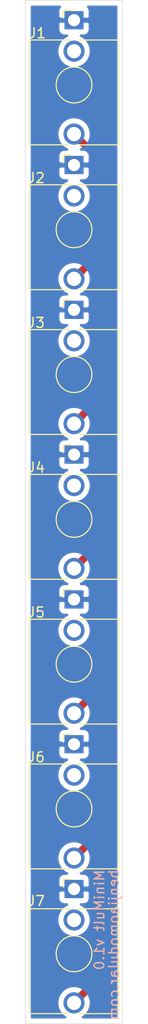
<source format=kicad_pcb>
(kicad_pcb (version 20171130) (host pcbnew 5.1.9+dfsg1-1~bpo10+1)

  (general
    (thickness 1.6)
    (drawings 6)
    (tracks 18)
    (zones 0)
    (modules 7)
    (nets 3)
  )

  (page A4)
  (title_block
    (title "MiniMult - Control Panel")
    (rev v1.0)
    (company benjiaomodular)
  )

  (layers
    (0 F.Cu signal)
    (31 B.Cu signal)
    (32 B.Adhes user)
    (33 F.Adhes user)
    (34 B.Paste user)
    (35 F.Paste user)
    (36 B.SilkS user)
    (37 F.SilkS user)
    (38 B.Mask user)
    (39 F.Mask user)
    (40 Dwgs.User user)
    (41 Cmts.User user)
    (42 Eco1.User user)
    (43 Eco2.User user)
    (44 Edge.Cuts user)
    (45 Margin user)
    (46 B.CrtYd user)
    (47 F.CrtYd user)
    (48 B.Fab user)
    (49 F.Fab user)
  )

  (setup
    (last_trace_width 0.25)
    (user_trace_width 0.75)
    (trace_clearance 0.2)
    (zone_clearance 0.508)
    (zone_45_only no)
    (trace_min 0.2)
    (via_size 0.8)
    (via_drill 0.4)
    (via_min_size 0.4)
    (via_min_drill 0.3)
    (uvia_size 0.3)
    (uvia_drill 0.1)
    (uvias_allowed no)
    (uvia_min_size 0.2)
    (uvia_min_drill 0.1)
    (edge_width 0.05)
    (segment_width 0.2)
    (pcb_text_width 0.3)
    (pcb_text_size 1.5 1.5)
    (mod_edge_width 0.12)
    (mod_text_size 1 1)
    (mod_text_width 0.15)
    (pad_size 1.524 1.524)
    (pad_drill 0.762)
    (pad_to_mask_clearance 0)
    (aux_axis_origin 0 0)
    (visible_elements FFFFFF7F)
    (pcbplotparams
      (layerselection 0x010fc_ffffffff)
      (usegerberextensions false)
      (usegerberattributes true)
      (usegerberadvancedattributes true)
      (creategerberjobfile true)
      (excludeedgelayer true)
      (linewidth 0.100000)
      (plotframeref false)
      (viasonmask false)
      (mode 1)
      (useauxorigin false)
      (hpglpennumber 1)
      (hpglpenspeed 20)
      (hpglpendiameter 15.000000)
      (psnegative false)
      (psa4output false)
      (plotreference true)
      (plotvalue true)
      (plotinvisibletext false)
      (padsonsilk false)
      (subtractmaskfromsilk false)
      (outputformat 1)
      (mirror false)
      (drillshape 0)
      (scaleselection 1)
      (outputdirectory "Gerber/"))
  )

  (net 0 "")
  (net 1 GND)
  (net 2 "Net-(J1-PadT)")

  (net_class Default "This is the default net class."
    (clearance 0.2)
    (trace_width 0.25)
    (via_dia 0.8)
    (via_drill 0.4)
    (uvia_dia 0.3)
    (uvia_drill 0.1)
    (add_net GND)
    (add_net "Net-(J1-PadT)")
  )

  (module benjiaomodular:AudioJack_3.5mm (layer F.Cu) (tedit 61D86605) (tstamp 61D9B946)
    (at 143.9 65)
    (path /61D9D025)
    (fp_text reference J1 (at -3.7 1.3) (layer F.SilkS)
      (effects (font (size 1 1) (thickness 0.15)))
    )
    (fp_text value AudioJack2_SwitchT (at 0 -0.5) (layer F.Fab)
      (effects (font (size 1 1) (thickness 0.15)))
    )
    (fp_line (start 5 -1.42) (end -5 -1.42) (layer F.CrtYd) (width 0.05))
    (fp_line (start 5 12.98) (end -5 12.98) (layer F.CrtYd) (width 0.05))
    (fp_line (start 0 0) (end 0 2.03) (layer F.Fab) (width 0.1))
    (fp_circle (center 0 6.48) (end 1.8 6.48) (layer F.Fab) (width 0.1))
    (fp_line (start 4.5 2.03) (end -4.5 2.03) (layer F.Fab) (width 0.1))
    (fp_line (start 4.5 12.48) (end -4.5 12.48) (layer F.Fab) (width 0.1))
    (fp_line (start 4.5 12.48) (end 4.5 2.08) (layer F.Fab) (width 0.1))
    (fp_line (start -5 12.98) (end -5 -1.42) (layer F.CrtYd) (width 0.05))
    (fp_line (start -1.07 7.49) (end 1.01 5.41) (layer Dwgs.User) (width 0.12))
    (fp_line (start -1.06 -1) (end -0.2 -1) (layer F.SilkS) (width 0.12))
    (fp_line (start -0.5 12.48) (end -4.5 12.48) (layer F.SilkS) (width 0.12))
    (fp_line (start -1.41 6.02) (end -0.46 5.07) (layer Dwgs.User) (width 0.12))
    (fp_line (start 4.5 12.48) (end 0.5 12.48) (layer F.SilkS) (width 0.12))
    (fp_line (start -4.5 1.98) (end -4.5 12.48) (layer F.SilkS) (width 0.12))
    (fp_circle (center 0 6.48) (end 1.8 6.48) (layer F.SilkS) (width 0.12))
    (fp_line (start 5 12.98) (end 5 -1.42) (layer F.CrtYd) (width 0.05))
    (fp_line (start -0.35 1.98) (end -4.5 1.98) (layer F.SilkS) (width 0.12))
    (fp_line (start 0.09 7.96) (end 1.48 6.57) (layer Dwgs.User) (width 0.12))
    (fp_line (start 4.5 1.98) (end 0.35 1.98) (layer F.SilkS) (width 0.12))
    (fp_line (start -0.58 7.83) (end 1.36 5.89) (layer Dwgs.User) (width 0.12))
    (fp_line (start -4.5 12.48) (end -4.5 2.08) (layer F.Fab) (width 0.1))
    (fp_line (start 4.5 1.98) (end 4.5 12.48) (layer F.SilkS) (width 0.12))
    (fp_line (start -1.42 6.875) (end 0.4 5.06) (layer Dwgs.User) (width 0.12))
    (fp_circle (center 0 6.48) (end 1.5 6.48) (layer Dwgs.User) (width 0.12))
    (fp_line (start -1.06 -1) (end -1.06 -0.2) (layer F.SilkS) (width 0.12))
    (fp_text user KEEPOUT (at 0 6.48) (layer Cmts.User)
      (effects (font (size 0.4 0.4) (thickness 0.051)))
    )
    (fp_text user %R (at 0 8 180) (layer F.Fab)
      (effects (font (size 1 1) (thickness 0.15)))
    )
    (pad S thru_hole rect (at 0 0 180) (size 1.93 1.83) (drill 1.22) (layers *.Cu *.Mask)
      (net 1 GND))
    (pad TN thru_hole circle (at 0 3.1 180) (size 2.13 2.13) (drill 1.42) (layers *.Cu *.Mask))
    (pad T thru_hole circle (at 0 11.4 180) (size 2.13 2.13) (drill 1.43) (layers *.Cu *.Mask)
      (net 2 "Net-(J1-PadT)"))
  )

  (module benjiaomodular:AudioJack_3.5mm (layer F.Cu) (tedit 61D86605) (tstamp 61D9B968)
    (at 143.9 79.5)
    (path /61D9D798)
    (fp_text reference J2 (at -3.8 1.3) (layer F.SilkS)
      (effects (font (size 1 1) (thickness 0.15)))
    )
    (fp_text value AudioJack2_SwitchT (at 0 -0.5) (layer F.Fab)
      (effects (font (size 1 1) (thickness 0.15)))
    )
    (fp_line (start -1.06 -1) (end -1.06 -0.2) (layer F.SilkS) (width 0.12))
    (fp_circle (center 0 6.48) (end 1.5 6.48) (layer Dwgs.User) (width 0.12))
    (fp_line (start -1.42 6.875) (end 0.4 5.06) (layer Dwgs.User) (width 0.12))
    (fp_line (start 4.5 1.98) (end 4.5 12.48) (layer F.SilkS) (width 0.12))
    (fp_line (start -4.5 12.48) (end -4.5 2.08) (layer F.Fab) (width 0.1))
    (fp_line (start -0.58 7.83) (end 1.36 5.89) (layer Dwgs.User) (width 0.12))
    (fp_line (start 4.5 1.98) (end 0.35 1.98) (layer F.SilkS) (width 0.12))
    (fp_line (start 0.09 7.96) (end 1.48 6.57) (layer Dwgs.User) (width 0.12))
    (fp_line (start -0.35 1.98) (end -4.5 1.98) (layer F.SilkS) (width 0.12))
    (fp_line (start 5 12.98) (end 5 -1.42) (layer F.CrtYd) (width 0.05))
    (fp_circle (center 0 6.48) (end 1.8 6.48) (layer F.SilkS) (width 0.12))
    (fp_line (start -4.5 1.98) (end -4.5 12.48) (layer F.SilkS) (width 0.12))
    (fp_line (start 4.5 12.48) (end 0.5 12.48) (layer F.SilkS) (width 0.12))
    (fp_line (start -1.41 6.02) (end -0.46 5.07) (layer Dwgs.User) (width 0.12))
    (fp_line (start -0.5 12.48) (end -4.5 12.48) (layer F.SilkS) (width 0.12))
    (fp_line (start -1.06 -1) (end -0.2 -1) (layer F.SilkS) (width 0.12))
    (fp_line (start -1.07 7.49) (end 1.01 5.41) (layer Dwgs.User) (width 0.12))
    (fp_line (start -5 12.98) (end -5 -1.42) (layer F.CrtYd) (width 0.05))
    (fp_line (start 4.5 12.48) (end 4.5 2.08) (layer F.Fab) (width 0.1))
    (fp_line (start 4.5 12.48) (end -4.5 12.48) (layer F.Fab) (width 0.1))
    (fp_line (start 4.5 2.03) (end -4.5 2.03) (layer F.Fab) (width 0.1))
    (fp_circle (center 0 6.48) (end 1.8 6.48) (layer F.Fab) (width 0.1))
    (fp_line (start 0 0) (end 0 2.03) (layer F.Fab) (width 0.1))
    (fp_line (start 5 12.98) (end -5 12.98) (layer F.CrtYd) (width 0.05))
    (fp_line (start 5 -1.42) (end -5 -1.42) (layer F.CrtYd) (width 0.05))
    (fp_text user %R (at 0 8 180) (layer F.Fab)
      (effects (font (size 1 1) (thickness 0.15)))
    )
    (fp_text user KEEPOUT (at 0 6.48) (layer Cmts.User)
      (effects (font (size 0.4 0.4) (thickness 0.051)))
    )
    (pad T thru_hole circle (at 0 11.4 180) (size 2.13 2.13) (drill 1.43) (layers *.Cu *.Mask)
      (net 2 "Net-(J1-PadT)"))
    (pad TN thru_hole circle (at 0 3.1 180) (size 2.13 2.13) (drill 1.42) (layers *.Cu *.Mask))
    (pad S thru_hole rect (at 0 0 180) (size 1.93 1.83) (drill 1.22) (layers *.Cu *.Mask)
      (net 1 GND))
  )

  (module benjiaomodular:AudioJack_3.5mm (layer F.Cu) (tedit 61D86605) (tstamp 61D9B98A)
    (at 143.9 94)
    (path /61D9DBF1)
    (fp_text reference J3 (at -3.8 1.3) (layer F.SilkS)
      (effects (font (size 1 1) (thickness 0.15)))
    )
    (fp_text value AudioJack2_SwitchT (at 0 -0.5) (layer F.Fab)
      (effects (font (size 1 1) (thickness 0.15)))
    )
    (fp_line (start 5 -1.42) (end -5 -1.42) (layer F.CrtYd) (width 0.05))
    (fp_line (start 5 12.98) (end -5 12.98) (layer F.CrtYd) (width 0.05))
    (fp_line (start 0 0) (end 0 2.03) (layer F.Fab) (width 0.1))
    (fp_circle (center 0 6.48) (end 1.8 6.48) (layer F.Fab) (width 0.1))
    (fp_line (start 4.5 2.03) (end -4.5 2.03) (layer F.Fab) (width 0.1))
    (fp_line (start 4.5 12.48) (end -4.5 12.48) (layer F.Fab) (width 0.1))
    (fp_line (start 4.5 12.48) (end 4.5 2.08) (layer F.Fab) (width 0.1))
    (fp_line (start -5 12.98) (end -5 -1.42) (layer F.CrtYd) (width 0.05))
    (fp_line (start -1.07 7.49) (end 1.01 5.41) (layer Dwgs.User) (width 0.12))
    (fp_line (start -1.06 -1) (end -0.2 -1) (layer F.SilkS) (width 0.12))
    (fp_line (start -0.5 12.48) (end -4.5 12.48) (layer F.SilkS) (width 0.12))
    (fp_line (start -1.41 6.02) (end -0.46 5.07) (layer Dwgs.User) (width 0.12))
    (fp_line (start 4.5 12.48) (end 0.5 12.48) (layer F.SilkS) (width 0.12))
    (fp_line (start -4.5 1.98) (end -4.5 12.48) (layer F.SilkS) (width 0.12))
    (fp_circle (center 0 6.48) (end 1.8 6.48) (layer F.SilkS) (width 0.12))
    (fp_line (start 5 12.98) (end 5 -1.42) (layer F.CrtYd) (width 0.05))
    (fp_line (start -0.35 1.98) (end -4.5 1.98) (layer F.SilkS) (width 0.12))
    (fp_line (start 0.09 7.96) (end 1.48 6.57) (layer Dwgs.User) (width 0.12))
    (fp_line (start 4.5 1.98) (end 0.35 1.98) (layer F.SilkS) (width 0.12))
    (fp_line (start -0.58 7.83) (end 1.36 5.89) (layer Dwgs.User) (width 0.12))
    (fp_line (start -4.5 12.48) (end -4.5 2.08) (layer F.Fab) (width 0.1))
    (fp_line (start 4.5 1.98) (end 4.5 12.48) (layer F.SilkS) (width 0.12))
    (fp_line (start -1.42 6.875) (end 0.4 5.06) (layer Dwgs.User) (width 0.12))
    (fp_circle (center 0 6.48) (end 1.5 6.48) (layer Dwgs.User) (width 0.12))
    (fp_line (start -1.06 -1) (end -1.06 -0.2) (layer F.SilkS) (width 0.12))
    (fp_text user KEEPOUT (at 0 6.48) (layer Cmts.User)
      (effects (font (size 0.4 0.4) (thickness 0.051)))
    )
    (fp_text user %R (at 0 8 180) (layer F.Fab)
      (effects (font (size 1 1) (thickness 0.15)))
    )
    (pad S thru_hole rect (at 0 0 180) (size 1.93 1.83) (drill 1.22) (layers *.Cu *.Mask)
      (net 1 GND))
    (pad TN thru_hole circle (at 0 3.1 180) (size 2.13 2.13) (drill 1.42) (layers *.Cu *.Mask))
    (pad T thru_hole circle (at 0 11.4 180) (size 2.13 2.13) (drill 1.43) (layers *.Cu *.Mask)
      (net 2 "Net-(J1-PadT)"))
  )

  (module benjiaomodular:AudioJack_3.5mm (layer F.Cu) (tedit 61D86605) (tstamp 61D9B9AC)
    (at 143.9 108.5)
    (path /61D9DF54)
    (fp_text reference J4 (at -3.8 1.3) (layer F.SilkS)
      (effects (font (size 1 1) (thickness 0.15)))
    )
    (fp_text value AudioJack2_SwitchT (at 0 -0.5) (layer F.Fab)
      (effects (font (size 1 1) (thickness 0.15)))
    )
    (fp_line (start -1.06 -1) (end -1.06 -0.2) (layer F.SilkS) (width 0.12))
    (fp_circle (center 0 6.48) (end 1.5 6.48) (layer Dwgs.User) (width 0.12))
    (fp_line (start -1.42 6.875) (end 0.4 5.06) (layer Dwgs.User) (width 0.12))
    (fp_line (start 4.5 1.98) (end 4.5 12.48) (layer F.SilkS) (width 0.12))
    (fp_line (start -4.5 12.48) (end -4.5 2.08) (layer F.Fab) (width 0.1))
    (fp_line (start -0.58 7.83) (end 1.36 5.89) (layer Dwgs.User) (width 0.12))
    (fp_line (start 4.5 1.98) (end 0.35 1.98) (layer F.SilkS) (width 0.12))
    (fp_line (start 0.09 7.96) (end 1.48 6.57) (layer Dwgs.User) (width 0.12))
    (fp_line (start -0.35 1.98) (end -4.5 1.98) (layer F.SilkS) (width 0.12))
    (fp_line (start 5 12.98) (end 5 -1.42) (layer F.CrtYd) (width 0.05))
    (fp_circle (center 0 6.48) (end 1.8 6.48) (layer F.SilkS) (width 0.12))
    (fp_line (start -4.5 1.98) (end -4.5 12.48) (layer F.SilkS) (width 0.12))
    (fp_line (start 4.5 12.48) (end 0.5 12.48) (layer F.SilkS) (width 0.12))
    (fp_line (start -1.41 6.02) (end -0.46 5.07) (layer Dwgs.User) (width 0.12))
    (fp_line (start -0.5 12.48) (end -4.5 12.48) (layer F.SilkS) (width 0.12))
    (fp_line (start -1.06 -1) (end -0.2 -1) (layer F.SilkS) (width 0.12))
    (fp_line (start -1.07 7.49) (end 1.01 5.41) (layer Dwgs.User) (width 0.12))
    (fp_line (start -5 12.98) (end -5 -1.42) (layer F.CrtYd) (width 0.05))
    (fp_line (start 4.5 12.48) (end 4.5 2.08) (layer F.Fab) (width 0.1))
    (fp_line (start 4.5 12.48) (end -4.5 12.48) (layer F.Fab) (width 0.1))
    (fp_line (start 4.5 2.03) (end -4.5 2.03) (layer F.Fab) (width 0.1))
    (fp_circle (center 0 6.48) (end 1.8 6.48) (layer F.Fab) (width 0.1))
    (fp_line (start 0 0) (end 0 2.03) (layer F.Fab) (width 0.1))
    (fp_line (start 5 12.98) (end -5 12.98) (layer F.CrtYd) (width 0.05))
    (fp_line (start 5 -1.42) (end -5 -1.42) (layer F.CrtYd) (width 0.05))
    (fp_text user %R (at 0 8 180) (layer F.Fab)
      (effects (font (size 1 1) (thickness 0.15)))
    )
    (fp_text user KEEPOUT (at 0 6.48) (layer Cmts.User)
      (effects (font (size 0.4 0.4) (thickness 0.051)))
    )
    (pad T thru_hole circle (at 0 11.4 180) (size 2.13 2.13) (drill 1.43) (layers *.Cu *.Mask)
      (net 2 "Net-(J1-PadT)"))
    (pad TN thru_hole circle (at 0 3.1 180) (size 2.13 2.13) (drill 1.42) (layers *.Cu *.Mask))
    (pad S thru_hole rect (at 0 0 180) (size 1.93 1.83) (drill 1.22) (layers *.Cu *.Mask)
      (net 1 GND))
  )

  (module benjiaomodular:AudioJack_3.5mm (layer F.Cu) (tedit 61D86605) (tstamp 61D9B9CE)
    (at 143.9 123)
    (path /61D9E525)
    (fp_text reference J5 (at -3.8 1.3) (layer F.SilkS)
      (effects (font (size 1 1) (thickness 0.15)))
    )
    (fp_text value AudioJack2_SwitchT (at 0 -0.5) (layer F.Fab)
      (effects (font (size 1 1) (thickness 0.15)))
    )
    (fp_line (start 5 -1.42) (end -5 -1.42) (layer F.CrtYd) (width 0.05))
    (fp_line (start 5 12.98) (end -5 12.98) (layer F.CrtYd) (width 0.05))
    (fp_line (start 0 0) (end 0 2.03) (layer F.Fab) (width 0.1))
    (fp_circle (center 0 6.48) (end 1.8 6.48) (layer F.Fab) (width 0.1))
    (fp_line (start 4.5 2.03) (end -4.5 2.03) (layer F.Fab) (width 0.1))
    (fp_line (start 4.5 12.48) (end -4.5 12.48) (layer F.Fab) (width 0.1))
    (fp_line (start 4.5 12.48) (end 4.5 2.08) (layer F.Fab) (width 0.1))
    (fp_line (start -5 12.98) (end -5 -1.42) (layer F.CrtYd) (width 0.05))
    (fp_line (start -1.07 7.49) (end 1.01 5.41) (layer Dwgs.User) (width 0.12))
    (fp_line (start -1.06 -1) (end -0.2 -1) (layer F.SilkS) (width 0.12))
    (fp_line (start -0.5 12.48) (end -4.5 12.48) (layer F.SilkS) (width 0.12))
    (fp_line (start -1.41 6.02) (end -0.46 5.07) (layer Dwgs.User) (width 0.12))
    (fp_line (start 4.5 12.48) (end 0.5 12.48) (layer F.SilkS) (width 0.12))
    (fp_line (start -4.5 1.98) (end -4.5 12.48) (layer F.SilkS) (width 0.12))
    (fp_circle (center 0 6.48) (end 1.8 6.48) (layer F.SilkS) (width 0.12))
    (fp_line (start 5 12.98) (end 5 -1.42) (layer F.CrtYd) (width 0.05))
    (fp_line (start -0.35 1.98) (end -4.5 1.98) (layer F.SilkS) (width 0.12))
    (fp_line (start 0.09 7.96) (end 1.48 6.57) (layer Dwgs.User) (width 0.12))
    (fp_line (start 4.5 1.98) (end 0.35 1.98) (layer F.SilkS) (width 0.12))
    (fp_line (start -0.58 7.83) (end 1.36 5.89) (layer Dwgs.User) (width 0.12))
    (fp_line (start -4.5 12.48) (end -4.5 2.08) (layer F.Fab) (width 0.1))
    (fp_line (start 4.5 1.98) (end 4.5 12.48) (layer F.SilkS) (width 0.12))
    (fp_line (start -1.42 6.875) (end 0.4 5.06) (layer Dwgs.User) (width 0.12))
    (fp_circle (center 0 6.48) (end 1.5 6.48) (layer Dwgs.User) (width 0.12))
    (fp_line (start -1.06 -1) (end -1.06 -0.2) (layer F.SilkS) (width 0.12))
    (fp_text user KEEPOUT (at 0 6.48) (layer Cmts.User)
      (effects (font (size 0.4 0.4) (thickness 0.051)))
    )
    (fp_text user %R (at 0 8 180) (layer F.Fab)
      (effects (font (size 1 1) (thickness 0.15)))
    )
    (pad S thru_hole rect (at 0 0 180) (size 1.93 1.83) (drill 1.22) (layers *.Cu *.Mask)
      (net 1 GND))
    (pad TN thru_hole circle (at 0 3.1 180) (size 2.13 2.13) (drill 1.42) (layers *.Cu *.Mask))
    (pad T thru_hole circle (at 0 11.4 180) (size 2.13 2.13) (drill 1.43) (layers *.Cu *.Mask)
      (net 2 "Net-(J1-PadT)"))
  )

  (module benjiaomodular:AudioJack_3.5mm (layer F.Cu) (tedit 61D86605) (tstamp 61D9B9F0)
    (at 143.9 137.5)
    (path /61D9E909)
    (fp_text reference J6 (at -3.8 1.3) (layer F.SilkS)
      (effects (font (size 1 1) (thickness 0.15)))
    )
    (fp_text value AudioJack2_SwitchT (at 0 -0.5) (layer F.Fab)
      (effects (font (size 1 1) (thickness 0.15)))
    )
    (fp_line (start -1.06 -1) (end -1.06 -0.2) (layer F.SilkS) (width 0.12))
    (fp_circle (center 0 6.48) (end 1.5 6.48) (layer Dwgs.User) (width 0.12))
    (fp_line (start -1.42 6.875) (end 0.4 5.06) (layer Dwgs.User) (width 0.12))
    (fp_line (start 4.5 1.98) (end 4.5 12.48) (layer F.SilkS) (width 0.12))
    (fp_line (start -4.5 12.48) (end -4.5 2.08) (layer F.Fab) (width 0.1))
    (fp_line (start -0.58 7.83) (end 1.36 5.89) (layer Dwgs.User) (width 0.12))
    (fp_line (start 4.5 1.98) (end 0.35 1.98) (layer F.SilkS) (width 0.12))
    (fp_line (start 0.09 7.96) (end 1.48 6.57) (layer Dwgs.User) (width 0.12))
    (fp_line (start -0.35 1.98) (end -4.5 1.98) (layer F.SilkS) (width 0.12))
    (fp_line (start 5 12.98) (end 5 -1.42) (layer F.CrtYd) (width 0.05))
    (fp_circle (center 0 6.48) (end 1.8 6.48) (layer F.SilkS) (width 0.12))
    (fp_line (start -4.5 1.98) (end -4.5 12.48) (layer F.SilkS) (width 0.12))
    (fp_line (start 4.5 12.48) (end 0.5 12.48) (layer F.SilkS) (width 0.12))
    (fp_line (start -1.41 6.02) (end -0.46 5.07) (layer Dwgs.User) (width 0.12))
    (fp_line (start -0.5 12.48) (end -4.5 12.48) (layer F.SilkS) (width 0.12))
    (fp_line (start -1.06 -1) (end -0.2 -1) (layer F.SilkS) (width 0.12))
    (fp_line (start -1.07 7.49) (end 1.01 5.41) (layer Dwgs.User) (width 0.12))
    (fp_line (start -5 12.98) (end -5 -1.42) (layer F.CrtYd) (width 0.05))
    (fp_line (start 4.5 12.48) (end 4.5 2.08) (layer F.Fab) (width 0.1))
    (fp_line (start 4.5 12.48) (end -4.5 12.48) (layer F.Fab) (width 0.1))
    (fp_line (start 4.5 2.03) (end -4.5 2.03) (layer F.Fab) (width 0.1))
    (fp_circle (center 0 6.48) (end 1.8 6.48) (layer F.Fab) (width 0.1))
    (fp_line (start 0 0) (end 0 2.03) (layer F.Fab) (width 0.1))
    (fp_line (start 5 12.98) (end -5 12.98) (layer F.CrtYd) (width 0.05))
    (fp_line (start 5 -1.42) (end -5 -1.42) (layer F.CrtYd) (width 0.05))
    (fp_text user %R (at 0 8 180) (layer F.Fab)
      (effects (font (size 1 1) (thickness 0.15)))
    )
    (fp_text user KEEPOUT (at 0 6.48) (layer Cmts.User)
      (effects (font (size 0.4 0.4) (thickness 0.051)))
    )
    (pad T thru_hole circle (at 0 11.4 180) (size 2.13 2.13) (drill 1.43) (layers *.Cu *.Mask)
      (net 2 "Net-(J1-PadT)"))
    (pad TN thru_hole circle (at 0 3.1 180) (size 2.13 2.13) (drill 1.42) (layers *.Cu *.Mask))
    (pad S thru_hole rect (at 0 0 180) (size 1.93 1.83) (drill 1.22) (layers *.Cu *.Mask)
      (net 1 GND))
  )

  (module benjiaomodular:AudioJack_3.5mm (layer F.Cu) (tedit 61D86605) (tstamp 61D9BA12)
    (at 143.9 152)
    (path /61D9F1E7)
    (fp_text reference J7 (at -3.8 1.2) (layer F.SilkS)
      (effects (font (size 1 1) (thickness 0.15)))
    )
    (fp_text value AudioJack2_SwitchT (at 0 -0.5) (layer F.Fab)
      (effects (font (size 1 1) (thickness 0.15)))
    )
    (fp_line (start 5 -1.42) (end -5 -1.42) (layer F.CrtYd) (width 0.05))
    (fp_line (start 5 12.98) (end -5 12.98) (layer F.CrtYd) (width 0.05))
    (fp_line (start 0 0) (end 0 2.03) (layer F.Fab) (width 0.1))
    (fp_circle (center 0 6.48) (end 1.8 6.48) (layer F.Fab) (width 0.1))
    (fp_line (start 4.5 2.03) (end -4.5 2.03) (layer F.Fab) (width 0.1))
    (fp_line (start 4.5 12.48) (end -4.5 12.48) (layer F.Fab) (width 0.1))
    (fp_line (start 4.5 12.48) (end 4.5 2.08) (layer F.Fab) (width 0.1))
    (fp_line (start -5 12.98) (end -5 -1.42) (layer F.CrtYd) (width 0.05))
    (fp_line (start -1.07 7.49) (end 1.01 5.41) (layer Dwgs.User) (width 0.12))
    (fp_line (start -1.06 -1) (end -0.2 -1) (layer F.SilkS) (width 0.12))
    (fp_line (start -0.5 12.48) (end -4.5 12.48) (layer F.SilkS) (width 0.12))
    (fp_line (start -1.41 6.02) (end -0.46 5.07) (layer Dwgs.User) (width 0.12))
    (fp_line (start 4.5 12.48) (end 0.5 12.48) (layer F.SilkS) (width 0.12))
    (fp_line (start -4.5 1.98) (end -4.5 12.48) (layer F.SilkS) (width 0.12))
    (fp_circle (center 0 6.48) (end 1.8 6.48) (layer F.SilkS) (width 0.12))
    (fp_line (start 5 12.98) (end 5 -1.42) (layer F.CrtYd) (width 0.05))
    (fp_line (start -0.35 1.98) (end -4.5 1.98) (layer F.SilkS) (width 0.12))
    (fp_line (start 0.09 7.96) (end 1.48 6.57) (layer Dwgs.User) (width 0.12))
    (fp_line (start 4.5 1.98) (end 0.35 1.98) (layer F.SilkS) (width 0.12))
    (fp_line (start -0.58 7.83) (end 1.36 5.89) (layer Dwgs.User) (width 0.12))
    (fp_line (start -4.5 12.48) (end -4.5 2.08) (layer F.Fab) (width 0.1))
    (fp_line (start 4.5 1.98) (end 4.5 12.48) (layer F.SilkS) (width 0.12))
    (fp_line (start -1.42 6.875) (end 0.4 5.06) (layer Dwgs.User) (width 0.12))
    (fp_circle (center 0 6.48) (end 1.5 6.48) (layer Dwgs.User) (width 0.12))
    (fp_line (start -1.06 -1) (end -1.06 -0.2) (layer F.SilkS) (width 0.12))
    (fp_text user KEEPOUT (at 0 6.48) (layer Cmts.User)
      (effects (font (size 0.4 0.4) (thickness 0.051)))
    )
    (fp_text user %R (at 0 8 180) (layer F.Fab)
      (effects (font (size 1 1) (thickness 0.15)))
    )
    (pad S thru_hole rect (at 0 0 180) (size 1.93 1.83) (drill 1.22) (layers *.Cu *.Mask)
      (net 1 GND))
    (pad TN thru_hole circle (at 0 3.1 180) (size 2.13 2.13) (drill 1.42) (layers *.Cu *.Mask))
    (pad T thru_hole circle (at 0 11.4 180) (size 2.13 2.13) (drill 1.43) (layers *.Cu *.Mask)
      (net 2 "Net-(J1-PadT)"))
  )

  (gr_text benjiaomodular.com (at 147.9 157.6 90) (layer B.SilkS) (tstamp 61D9C6C3)
    (effects (font (size 1 1) (thickness 0.15)) (justify mirror))
  )
  (gr_text "MiniMult v1.0" (at 146.45 155.1 90) (layer B.SilkS) (tstamp 61D9C4B7)
    (effects (font (size 1 1) (thickness 0.15)) (justify mirror))
  )
  (gr_line (start 139 165.5) (end 139 63) (layer Edge.Cuts) (width 0.05) (tstamp 61D9BBE1))
  (gr_line (start 148.8 165.5) (end 139 165.5) (layer Edge.Cuts) (width 0.05))
  (gr_line (start 148.8 63) (end 148.8 165.5) (layer Edge.Cuts) (width 0.05))
  (gr_line (start 139 63) (end 148.8 63) (layer Edge.Cuts) (width 0.05))

  (segment (start 143.9 76.4) (end 147 79.5) (width 0.75) (layer F.Cu) (net 2))
  (segment (start 147 160.3) (end 143.9 163.4) (width 0.75) (layer F.Cu) (net 2))
  (segment (start 143.9 148.9) (end 146.8 146) (width 0.75) (layer F.Cu) (net 2))
  (segment (start 146.8 146) (end 147 146) (width 0.75) (layer F.Cu) (net 2))
  (segment (start 147 146) (end 147 160.3) (width 0.75) (layer F.Cu) (net 2))
  (segment (start 146.8 131.5) (end 147 131.5) (width 0.75) (layer F.Cu) (net 2))
  (segment (start 143.9 134.4) (end 146.8 131.5) (width 0.75) (layer F.Cu) (net 2))
  (segment (start 147 131.5) (end 147 146) (width 0.75) (layer F.Cu) (net 2))
  (segment (start 143.9 119.9) (end 147 116.8) (width 0.75) (layer F.Cu) (net 2))
  (segment (start 147 116.8) (end 147 116.7) (width 0.75) (layer F.Cu) (net 2))
  (segment (start 147 116.7) (end 147 131.5) (width 0.75) (layer F.Cu) (net 2))
  (segment (start 146.9 102.4) (end 147 102.4) (width 0.75) (layer F.Cu) (net 2))
  (segment (start 143.9 105.4) (end 146.9 102.4) (width 0.75) (layer F.Cu) (net 2))
  (segment (start 147 102.4) (end 147 116.7) (width 0.75) (layer F.Cu) (net 2))
  (segment (start 147 87.8) (end 147 87.7) (width 0.75) (layer F.Cu) (net 2))
  (segment (start 143.9 90.9) (end 147 87.8) (width 0.75) (layer F.Cu) (net 2))
  (segment (start 147 79.5) (end 147 87.7) (width 0.75) (layer F.Cu) (net 2))
  (segment (start 147 87.7) (end 147 102.4) (width 0.75) (layer F.Cu) (net 2))

  (zone (net 1) (net_name GND) (layer F.Cu) (tstamp 61D965A4) (hatch edge 0.508)
    (connect_pads (clearance 0.508))
    (min_thickness 0.254)
    (fill yes (arc_segments 32) (thermal_gap 0.508) (thermal_bridge_width 0.508))
    (polygon
      (pts
        (xy 148.5 165.2) (xy 139.3 165.2) (xy 139.2 63.2) (xy 148.6 63.2)
      )
    )
    (filled_polygon
      (pts
        (xy 142.404463 63.730506) (xy 142.345498 63.84082) (xy 142.309188 63.960518) (xy 142.296928 64.085) (xy 142.3 64.71425)
        (xy 142.45875 64.873) (xy 143.773 64.873) (xy 143.773 64.853) (xy 144.027 64.853) (xy 144.027 64.873)
        (xy 145.34125 64.873) (xy 145.5 64.71425) (xy 145.503072 64.085) (xy 145.490812 63.960518) (xy 145.454502 63.84082)
        (xy 145.395537 63.730506) (xy 145.337674 63.66) (xy 148.14 63.66) (xy 148.140001 164.84) (xy 144.804808 164.84)
        (xy 144.983687 164.720477) (xy 145.220477 164.483687) (xy 145.406521 164.205252) (xy 145.53467 163.895872) (xy 145.6 163.567435)
        (xy 145.6 163.232565) (xy 145.58271 163.145645) (xy 147.679094 161.049261) (xy 147.717633 161.017633) (xy 147.843847 160.86384)
        (xy 147.937632 160.68838) (xy 147.995385 160.497994) (xy 148.01 160.349608) (xy 148.01 160.349606) (xy 148.014886 160.300001)
        (xy 148.01 160.250396) (xy 148.01 146.049608) (xy 148.014886 146) (xy 148.01 145.950392) (xy 148.01 131.549608)
        (xy 148.014886 131.5) (xy 148.01 131.450392) (xy 148.01 116.849606) (xy 148.014886 116.800001) (xy 148.01 116.750396)
        (xy 148.01 102.449608) (xy 148.014886 102.4) (xy 148.01 102.350392) (xy 148.01 87.849606) (xy 148.014886 87.800001)
        (xy 148.01 87.750396) (xy 148.01 79.549604) (xy 148.014886 79.499999) (xy 148.002377 79.373) (xy 147.995385 79.302006)
        (xy 147.937632 79.11162) (xy 147.843847 78.93616) (xy 147.717633 78.782367) (xy 147.679094 78.750739) (xy 145.58271 76.654355)
        (xy 145.6 76.567435) (xy 145.6 76.232565) (xy 145.53467 75.904128) (xy 145.406521 75.594748) (xy 145.220477 75.316313)
        (xy 144.983687 75.079523) (xy 144.705252 74.893479) (xy 144.395872 74.76533) (xy 144.067435 74.7) (xy 143.732565 74.7)
        (xy 143.404128 74.76533) (xy 143.094748 74.893479) (xy 142.816313 75.079523) (xy 142.579523 75.316313) (xy 142.393479 75.594748)
        (xy 142.26533 75.904128) (xy 142.2 76.232565) (xy 142.2 76.567435) (xy 142.26533 76.895872) (xy 142.393479 77.205252)
        (xy 142.579523 77.483687) (xy 142.816313 77.720477) (xy 143.094748 77.906521) (xy 143.19514 77.948105) (xy 142.935 77.946928)
        (xy 142.810518 77.959188) (xy 142.69082 77.995498) (xy 142.580506 78.054463) (xy 142.483815 78.133815) (xy 142.404463 78.230506)
        (xy 142.345498 78.34082) (xy 142.309188 78.460518) (xy 142.296928 78.585) (xy 142.3 79.21425) (xy 142.45875 79.373)
        (xy 143.773 79.373) (xy 143.773 79.353) (xy 144.027 79.353) (xy 144.027 79.373) (xy 145.34125 79.373)
        (xy 145.392948 79.321303) (xy 145.99 79.918355) (xy 145.990001 87.381644) (xy 144.154355 89.21729) (xy 144.067435 89.2)
        (xy 143.732565 89.2) (xy 143.404128 89.26533) (xy 143.094748 89.393479) (xy 142.816313 89.579523) (xy 142.579523 89.816313)
        (xy 142.393479 90.094748) (xy 142.26533 90.404128) (xy 142.2 90.732565) (xy 142.2 91.067435) (xy 142.26533 91.395872)
        (xy 142.393479 91.705252) (xy 142.579523 91.983687) (xy 142.816313 92.220477) (xy 143.094748 92.406521) (xy 143.19514 92.448105)
        (xy 142.935 92.446928) (xy 142.810518 92.459188) (xy 142.69082 92.495498) (xy 142.580506 92.554463) (xy 142.483815 92.633815)
        (xy 142.404463 92.730506) (xy 142.345498 92.84082) (xy 142.309188 92.960518) (xy 142.296928 93.085) (xy 142.3 93.71425)
        (xy 142.45875 93.873) (xy 143.773 93.873) (xy 143.773 93.853) (xy 144.027 93.853) (xy 144.027 93.873)
        (xy 145.34125 93.873) (xy 145.5 93.71425) (xy 145.503072 93.085) (xy 145.490812 92.960518) (xy 145.454502 92.84082)
        (xy 145.395537 92.730506) (xy 145.316185 92.633815) (xy 145.219494 92.554463) (xy 145.10918 92.495498) (xy 144.989482 92.459188)
        (xy 144.865 92.446928) (xy 144.60486 92.448105) (xy 144.705252 92.406521) (xy 144.983687 92.220477) (xy 145.220477 91.983687)
        (xy 145.406521 91.705252) (xy 145.53467 91.395872) (xy 145.6 91.067435) (xy 145.6 90.732565) (xy 145.58271 90.645645)
        (xy 145.99 90.238355) (xy 145.990001 101.881643) (xy 144.154355 103.717289) (xy 144.067435 103.7) (xy 143.732565 103.7)
        (xy 143.404128 103.76533) (xy 143.094748 103.893479) (xy 142.816313 104.079523) (xy 142.579523 104.316313) (xy 142.393479 104.594748)
        (xy 142.26533 104.904128) (xy 142.2 105.232565) (xy 142.2 105.567435) (xy 142.26533 105.895872) (xy 142.393479 106.205252)
        (xy 142.579523 106.483687) (xy 142.816313 106.720477) (xy 143.094748 106.906521) (xy 143.19514 106.948105) (xy 142.935 106.946928)
        (xy 142.810518 106.959188) (xy 142.69082 106.995498) (xy 142.580506 107.054463) (xy 142.483815 107.133815) (xy 142.404463 107.230506)
        (xy 142.345498 107.34082) (xy 142.309188 107.460518) (xy 142.296928 107.585) (xy 142.3 108.21425) (xy 142.45875 108.373)
        (xy 143.773 108.373) (xy 143.773 108.353) (xy 144.027 108.353) (xy 144.027 108.373) (xy 145.34125 108.373)
        (xy 145.5 108.21425) (xy 145.503072 107.585) (xy 145.490812 107.460518) (xy 145.454502 107.34082) (xy 145.395537 107.230506)
        (xy 145.316185 107.133815) (xy 145.219494 107.054463) (xy 145.10918 106.995498) (xy 144.989482 106.959188) (xy 144.865 106.946928)
        (xy 144.60486 106.948105) (xy 144.705252 106.906521) (xy 144.983687 106.720477) (xy 145.220477 106.483687) (xy 145.406521 106.205252)
        (xy 145.53467 105.895872) (xy 145.6 105.567435) (xy 145.6 105.232565) (xy 145.582711 105.145645) (xy 145.99 104.738355)
        (xy 145.990001 116.381644) (xy 144.154355 118.21729) (xy 144.067435 118.2) (xy 143.732565 118.2) (xy 143.404128 118.26533)
        (xy 143.094748 118.393479) (xy 142.816313 118.579523) (xy 142.579523 118.816313) (xy 142.393479 119.094748) (xy 142.26533 119.404128)
        (xy 142.2 119.732565) (xy 142.2 120.067435) (xy 142.26533 120.395872) (xy 142.393479 120.705252) (xy 142.579523 120.983687)
        (xy 142.816313 121.220477) (xy 143.094748 121.406521) (xy 143.19514 121.448105) (xy 142.935 121.446928) (xy 142.810518 121.459188)
        (xy 142.69082 121.495498) (xy 142.580506 121.554463) (xy 142.483815 121.633815) (xy 142.404463 121.730506) (xy 142.345498 121.84082)
        (xy 142.309188 121.960518) (xy 142.296928 122.085) (xy 142.3 122.71425) (xy 142.45875 122.873) (xy 143.773 122.873)
        (xy 143.773 122.853) (xy 144.027 122.853) (xy 144.027 122.873) (xy 145.34125 122.873) (xy 145.5 122.71425)
        (xy 145.503072 122.085) (xy 145.490812 121.960518) (xy 145.454502 121.84082) (xy 145.395537 121.730506) (xy 145.316185 121.633815)
        (xy 145.219494 121.554463) (xy 145.10918 121.495498) (xy 144.989482 121.459188) (xy 144.865 121.446928) (xy 144.60486 121.448105)
        (xy 144.705252 121.406521) (xy 144.983687 121.220477) (xy 145.220477 120.983687) (xy 145.406521 120.705252) (xy 145.53467 120.395872)
        (xy 145.6 120.067435) (xy 145.6 119.732565) (xy 145.58271 119.645645) (xy 145.99 119.238355) (xy 145.990001 130.881644)
        (xy 144.154355 132.71729) (xy 144.067435 132.7) (xy 143.732565 132.7) (xy 143.404128 132.76533) (xy 143.094748 132.893479)
        (xy 142.816313 133.079523) (xy 142.579523 133.316313) (xy 142.393479 133.594748) (xy 142.26533 133.904128) (xy 142.2 134.232565)
        (xy 142.2 134.567435) (xy 142.26533 134.895872) (xy 142.393479 135.205252) (xy 142.579523 135.483687) (xy 142.816313 135.720477)
        (xy 143.094748 135.906521) (xy 143.19514 135.948105) (xy 142.935 135.946928) (xy 142.810518 135.959188) (xy 142.69082 135.995498)
        (xy 142.580506 136.054463) (xy 142.483815 136.133815) (xy 142.404463 136.230506) (xy 142.345498 136.34082) (xy 142.309188 136.460518)
        (xy 142.296928 136.585) (xy 142.3 137.21425) (xy 142.45875 137.373) (xy 143.773 137.373) (xy 143.773 137.353)
        (xy 144.027 137.353) (xy 144.027 137.373) (xy 145.34125 137.373) (xy 145.5 137.21425) (xy 145.503072 136.585)
        (xy 145.490812 136.460518) (xy 145.454502 136.34082) (xy 145.395537 136.230506) (xy 145.316185 136.133815) (xy 145.219494 136.054463)
        (xy 145.10918 135.995498) (xy 144.989482 135.959188) (xy 144.865 135.946928) (xy 144.60486 135.948105) (xy 144.705252 135.906521)
        (xy 144.983687 135.720477) (xy 145.220477 135.483687) (xy 145.406521 135.205252) (xy 145.53467 134.895872) (xy 145.6 134.567435)
        (xy 145.6 134.232565) (xy 145.58271 134.145645) (xy 145.99 133.738355) (xy 145.990001 145.381644) (xy 144.154355 147.21729)
        (xy 144.067435 147.2) (xy 143.732565 147.2) (xy 143.404128 147.26533) (xy 143.094748 147.393479) (xy 142.816313 147.579523)
        (xy 142.579523 147.816313) (xy 142.393479 148.094748) (xy 142.26533 148.404128) (xy 142.2 148.732565) (xy 142.2 149.067435)
        (xy 142.26533 149.395872) (xy 142.393479 149.705252) (xy 142.579523 149.983687) (xy 142.816313 150.220477) (xy 143.094748 150.406521)
        (xy 143.19514 150.448105) (xy 142.935 150.446928) (xy 142.810518 150.459188) (xy 142.69082 150.495498) (xy 142.580506 150.554463)
        (xy 142.483815 150.633815) (xy 142.404463 150.730506) (xy 142.345498 150.84082) (xy 142.309188 150.960518) (xy 142.296928 151.085)
        (xy 142.3 151.71425) (xy 142.45875 151.873) (xy 143.773 151.873) (xy 143.773 151.853) (xy 144.027 151.853)
        (xy 144.027 151.873) (xy 145.34125 151.873) (xy 145.5 151.71425) (xy 145.503072 151.085) (xy 145.490812 150.960518)
        (xy 145.454502 150.84082) (xy 145.395537 150.730506) (xy 145.316185 150.633815) (xy 145.219494 150.554463) (xy 145.10918 150.495498)
        (xy 144.989482 150.459188) (xy 144.865 150.446928) (xy 144.60486 150.448105) (xy 144.705252 150.406521) (xy 144.983687 150.220477)
        (xy 145.220477 149.983687) (xy 145.406521 149.705252) (xy 145.53467 149.395872) (xy 145.6 149.067435) (xy 145.6 148.732565)
        (xy 145.58271 148.645645) (xy 145.99 148.238355) (xy 145.990001 159.881644) (xy 144.154355 161.71729) (xy 144.067435 161.7)
        (xy 143.732565 161.7) (xy 143.404128 161.76533) (xy 143.094748 161.893479) (xy 142.816313 162.079523) (xy 142.579523 162.316313)
        (xy 142.393479 162.594748) (xy 142.26533 162.904128) (xy 142.2 163.232565) (xy 142.2 163.567435) (xy 142.26533 163.895872)
        (xy 142.393479 164.205252) (xy 142.579523 164.483687) (xy 142.816313 164.720477) (xy 142.995192 164.84) (xy 139.66 164.84)
        (xy 139.66 154.932565) (xy 142.2 154.932565) (xy 142.2 155.267435) (xy 142.26533 155.595872) (xy 142.393479 155.905252)
        (xy 142.579523 156.183687) (xy 142.816313 156.420477) (xy 143.094748 156.606521) (xy 143.404128 156.73467) (xy 143.732565 156.8)
        (xy 144.067435 156.8) (xy 144.395872 156.73467) (xy 144.705252 156.606521) (xy 144.983687 156.420477) (xy 145.220477 156.183687)
        (xy 145.406521 155.905252) (xy 145.53467 155.595872) (xy 145.6 155.267435) (xy 145.6 154.932565) (xy 145.53467 154.604128)
        (xy 145.406521 154.294748) (xy 145.220477 154.016313) (xy 144.983687 153.779523) (xy 144.705252 153.593479) (xy 144.60486 153.551895)
        (xy 144.865 153.553072) (xy 144.989482 153.540812) (xy 145.10918 153.504502) (xy 145.219494 153.445537) (xy 145.316185 153.366185)
        (xy 145.395537 153.269494) (xy 145.454502 153.15918) (xy 145.490812 153.039482) (xy 145.503072 152.915) (xy 145.5 152.28575)
        (xy 145.34125 152.127) (xy 144.027 152.127) (xy 144.027 152.147) (xy 143.773 152.147) (xy 143.773 152.127)
        (xy 142.45875 152.127) (xy 142.3 152.28575) (xy 142.296928 152.915) (xy 142.309188 153.039482) (xy 142.345498 153.15918)
        (xy 142.404463 153.269494) (xy 142.483815 153.366185) (xy 142.580506 153.445537) (xy 142.69082 153.504502) (xy 142.810518 153.540812)
        (xy 142.935 153.553072) (xy 143.19514 153.551895) (xy 143.094748 153.593479) (xy 142.816313 153.779523) (xy 142.579523 154.016313)
        (xy 142.393479 154.294748) (xy 142.26533 154.604128) (xy 142.2 154.932565) (xy 139.66 154.932565) (xy 139.66 140.432565)
        (xy 142.2 140.432565) (xy 142.2 140.767435) (xy 142.26533 141.095872) (xy 142.393479 141.405252) (xy 142.579523 141.683687)
        (xy 142.816313 141.920477) (xy 143.094748 142.106521) (xy 143.404128 142.23467) (xy 143.732565 142.3) (xy 144.067435 142.3)
        (xy 144.395872 142.23467) (xy 144.705252 142.106521) (xy 144.983687 141.920477) (xy 145.220477 141.683687) (xy 145.406521 141.405252)
        (xy 145.53467 141.095872) (xy 145.6 140.767435) (xy 145.6 140.432565) (xy 145.53467 140.104128) (xy 145.406521 139.794748)
        (xy 145.220477 139.516313) (xy 144.983687 139.279523) (xy 144.705252 139.093479) (xy 144.60486 139.051895) (xy 144.865 139.053072)
        (xy 144.989482 139.040812) (xy 145.10918 139.004502) (xy 145.219494 138.945537) (xy 145.316185 138.866185) (xy 145.395537 138.769494)
        (xy 145.454502 138.65918) (xy 145.490812 138.539482) (xy 145.503072 138.415) (xy 145.5 137.78575) (xy 145.34125 137.627)
        (xy 144.027 137.627) (xy 144.027 137.647) (xy 143.773 137.647) (xy 143.773 137.627) (xy 142.45875 137.627)
        (xy 142.3 137.78575) (xy 142.296928 138.415) (xy 142.309188 138.539482) (xy 142.345498 138.65918) (xy 142.404463 138.769494)
        (xy 142.483815 138.866185) (xy 142.580506 138.945537) (xy 142.69082 139.004502) (xy 142.810518 139.040812) (xy 142.935 139.053072)
        (xy 143.19514 139.051895) (xy 143.094748 139.093479) (xy 142.816313 139.279523) (xy 142.579523 139.516313) (xy 142.393479 139.794748)
        (xy 142.26533 140.104128) (xy 142.2 140.432565) (xy 139.66 140.432565) (xy 139.66 125.932565) (xy 142.2 125.932565)
        (xy 142.2 126.267435) (xy 142.26533 126.595872) (xy 142.393479 126.905252) (xy 142.579523 127.183687) (xy 142.816313 127.420477)
        (xy 143.094748 127.606521) (xy 143.404128 127.73467) (xy 143.732565 127.8) (xy 144.067435 127.8) (xy 144.395872 127.73467)
        (xy 144.705252 127.606521) (xy 144.983687 127.420477) (xy 145.220477 127.183687) (xy 145.406521 126.905252) (xy 145.53467 126.595872)
        (xy 145.6 126.267435) (xy 145.6 125.932565) (xy 145.53467 125.604128) (xy 145.406521 125.294748) (xy 145.220477 125.016313)
        (xy 144.983687 124.779523) (xy 144.705252 124.593479) (xy 144.60486 124.551895) (xy 144.865 124.553072) (xy 144.989482 124.540812)
        (xy 145.10918 124.504502) (xy 145.219494 124.445537) (xy 145.316185 124.366185) (xy 145.395537 124.269494) (xy 145.454502 124.15918)
        (xy 145.490812 124.039482) (xy 145.503072 123.915) (xy 145.5 123.28575) (xy 145.34125 123.127) (xy 144.027 123.127)
        (xy 144.027 123.147) (xy 143.773 123.147) (xy 143.773 123.127) (xy 142.45875 123.127) (xy 142.3 123.28575)
        (xy 142.296928 123.915) (xy 142.309188 124.039482) (xy 142.345498 124.15918) (xy 142.404463 124.269494) (xy 142.483815 124.366185)
        (xy 142.580506 124.445537) (xy 142.69082 124.504502) (xy 142.810518 124.540812) (xy 142.935 124.553072) (xy 143.19514 124.551895)
        (xy 143.094748 124.593479) (xy 142.816313 124.779523) (xy 142.579523 125.016313) (xy 142.393479 125.294748) (xy 142.26533 125.604128)
        (xy 142.2 125.932565) (xy 139.66 125.932565) (xy 139.66 111.432565) (xy 142.2 111.432565) (xy 142.2 111.767435)
        (xy 142.26533 112.095872) (xy 142.393479 112.405252) (xy 142.579523 112.683687) (xy 142.816313 112.920477) (xy 143.094748 113.106521)
        (xy 143.404128 113.23467) (xy 143.732565 113.3) (xy 144.067435 113.3) (xy 144.395872 113.23467) (xy 144.705252 113.106521)
        (xy 144.983687 112.920477) (xy 145.220477 112.683687) (xy 145.406521 112.405252) (xy 145.53467 112.095872) (xy 145.6 111.767435)
        (xy 145.6 111.432565) (xy 145.53467 111.104128) (xy 145.406521 110.794748) (xy 145.220477 110.516313) (xy 144.983687 110.279523)
        (xy 144.705252 110.093479) (xy 144.60486 110.051895) (xy 144.865 110.053072) (xy 144.989482 110.040812) (xy 145.10918 110.004502)
        (xy 145.219494 109.945537) (xy 145.316185 109.866185) (xy 145.395537 109.769494) (xy 145.454502 109.65918) (xy 145.490812 109.539482)
        (xy 145.503072 109.415) (xy 145.5 108.78575) (xy 145.34125 108.627) (xy 144.027 108.627) (xy 144.027 108.647)
        (xy 143.773 108.647) (xy 143.773 108.627) (xy 142.45875 108.627) (xy 142.3 108.78575) (xy 142.296928 109.415)
        (xy 142.309188 109.539482) (xy 142.345498 109.65918) (xy 142.404463 109.769494) (xy 142.483815 109.866185) (xy 142.580506 109.945537)
        (xy 142.69082 110.004502) (xy 142.810518 110.040812) (xy 142.935 110.053072) (xy 143.19514 110.051895) (xy 143.094748 110.093479)
        (xy 142.816313 110.279523) (xy 142.579523 110.516313) (xy 142.393479 110.794748) (xy 142.26533 111.104128) (xy 142.2 111.432565)
        (xy 139.66 111.432565) (xy 139.66 96.932565) (xy 142.2 96.932565) (xy 142.2 97.267435) (xy 142.26533 97.595872)
        (xy 142.393479 97.905252) (xy 142.579523 98.183687) (xy 142.816313 98.420477) (xy 143.094748 98.606521) (xy 143.404128 98.73467)
        (xy 143.732565 98.8) (xy 144.067435 98.8) (xy 144.395872 98.73467) (xy 144.705252 98.606521) (xy 144.983687 98.420477)
        (xy 145.220477 98.183687) (xy 145.406521 97.905252) (xy 145.53467 97.595872) (xy 145.6 97.267435) (xy 145.6 96.932565)
        (xy 145.53467 96.604128) (xy 145.406521 96.294748) (xy 145.220477 96.016313) (xy 144.983687 95.779523) (xy 144.705252 95.593479)
        (xy 144.60486 95.551895) (xy 144.865 95.553072) (xy 144.989482 95.540812) (xy 145.10918 95.504502) (xy 145.219494 95.445537)
        (xy 145.316185 95.366185) (xy 145.395537 95.269494) (xy 145.454502 95.15918) (xy 145.490812 95.039482) (xy 145.503072 94.915)
        (xy 145.5 94.28575) (xy 145.34125 94.127) (xy 144.027 94.127) (xy 144.027 94.147) (xy 143.773 94.147)
        (xy 143.773 94.127) (xy 142.45875 94.127) (xy 142.3 94.28575) (xy 142.296928 94.915) (xy 142.309188 95.039482)
        (xy 142.345498 95.15918) (xy 142.404463 95.269494) (xy 142.483815 95.366185) (xy 142.580506 95.445537) (xy 142.69082 95.504502)
        (xy 142.810518 95.540812) (xy 142.935 95.553072) (xy 143.19514 95.551895) (xy 143.094748 95.593479) (xy 142.816313 95.779523)
        (xy 142.579523 96.016313) (xy 142.393479 96.294748) (xy 142.26533 96.604128) (xy 142.2 96.932565) (xy 139.66 96.932565)
        (xy 139.66 82.432565) (xy 142.2 82.432565) (xy 142.2 82.767435) (xy 142.26533 83.095872) (xy 142.393479 83.405252)
        (xy 142.579523 83.683687) (xy 142.816313 83.920477) (xy 143.094748 84.106521) (xy 143.404128 84.23467) (xy 143.732565 84.3)
        (xy 144.067435 84.3) (xy 144.395872 84.23467) (xy 144.705252 84.106521) (xy 144.983687 83.920477) (xy 145.220477 83.683687)
        (xy 145.406521 83.405252) (xy 145.53467 83.095872) (xy 145.6 82.767435) (xy 145.6 82.432565) (xy 145.53467 82.104128)
        (xy 145.406521 81.794748) (xy 145.220477 81.516313) (xy 144.983687 81.279523) (xy 144.705252 81.093479) (xy 144.60486 81.051895)
        (xy 144.865 81.053072) (xy 144.989482 81.040812) (xy 145.10918 81.004502) (xy 145.219494 80.945537) (xy 145.316185 80.866185)
        (xy 145.395537 80.769494) (xy 145.454502 80.65918) (xy 145.490812 80.539482) (xy 145.503072 80.415) (xy 145.5 79.78575)
        (xy 145.34125 79.627) (xy 144.027 79.627) (xy 144.027 79.647) (xy 143.773 79.647) (xy 143.773 79.627)
        (xy 142.45875 79.627) (xy 142.3 79.78575) (xy 142.296928 80.415) (xy 142.309188 80.539482) (xy 142.345498 80.65918)
        (xy 142.404463 80.769494) (xy 142.483815 80.866185) (xy 142.580506 80.945537) (xy 142.69082 81.004502) (xy 142.810518 81.040812)
        (xy 142.935 81.053072) (xy 143.19514 81.051895) (xy 143.094748 81.093479) (xy 142.816313 81.279523) (xy 142.579523 81.516313)
        (xy 142.393479 81.794748) (xy 142.26533 82.104128) (xy 142.2 82.432565) (xy 139.66 82.432565) (xy 139.66 67.932565)
        (xy 142.2 67.932565) (xy 142.2 68.267435) (xy 142.26533 68.595872) (xy 142.393479 68.905252) (xy 142.579523 69.183687)
        (xy 142.816313 69.420477) (xy 143.094748 69.606521) (xy 143.404128 69.73467) (xy 143.732565 69.8) (xy 144.067435 69.8)
        (xy 144.395872 69.73467) (xy 144.705252 69.606521) (xy 144.983687 69.420477) (xy 145.220477 69.183687) (xy 145.406521 68.905252)
        (xy 145.53467 68.595872) (xy 145.6 68.267435) (xy 145.6 67.932565) (xy 145.53467 67.604128) (xy 145.406521 67.294748)
        (xy 145.220477 67.016313) (xy 144.983687 66.779523) (xy 144.705252 66.593479) (xy 144.60486 66.551895) (xy 144.865 66.553072)
        (xy 144.989482 66.540812) (xy 145.10918 66.504502) (xy 145.219494 66.445537) (xy 145.316185 66.366185) (xy 145.395537 66.269494)
        (xy 145.454502 66.15918) (xy 145.490812 66.039482) (xy 145.503072 65.915) (xy 145.5 65.28575) (xy 145.34125 65.127)
        (xy 144.027 65.127) (xy 144.027 65.147) (xy 143.773 65.147) (xy 143.773 65.127) (xy 142.45875 65.127)
        (xy 142.3 65.28575) (xy 142.296928 65.915) (xy 142.309188 66.039482) (xy 142.345498 66.15918) (xy 142.404463 66.269494)
        (xy 142.483815 66.366185) (xy 142.580506 66.445537) (xy 142.69082 66.504502) (xy 142.810518 66.540812) (xy 142.935 66.553072)
        (xy 143.19514 66.551895) (xy 143.094748 66.593479) (xy 142.816313 66.779523) (xy 142.579523 67.016313) (xy 142.393479 67.294748)
        (xy 142.26533 67.604128) (xy 142.2 67.932565) (xy 139.66 67.932565) (xy 139.66 63.66) (xy 142.462326 63.66)
      )
    )
  )
  (zone (net 1) (net_name GND) (layer B.Cu) (tstamp 61D965A1) (hatch edge 0.508)
    (connect_pads (clearance 0.508))
    (min_thickness 0.254)
    (fill yes (arc_segments 32) (thermal_gap 0.508) (thermal_bridge_width 0.508))
    (polygon
      (pts
        (xy 148.5 165.2) (xy 139.3 165.2) (xy 139.2 63.2) (xy 148.6 63.2)
      )
    )
    (filled_polygon
      (pts
        (xy 142.404463 63.730506) (xy 142.345498 63.84082) (xy 142.309188 63.960518) (xy 142.296928 64.085) (xy 142.3 64.71425)
        (xy 142.45875 64.873) (xy 143.773 64.873) (xy 143.773 64.853) (xy 144.027 64.853) (xy 144.027 64.873)
        (xy 145.34125 64.873) (xy 145.5 64.71425) (xy 145.503072 64.085) (xy 145.490812 63.960518) (xy 145.454502 63.84082)
        (xy 145.395537 63.730506) (xy 145.337674 63.66) (xy 148.14 63.66) (xy 148.140001 164.84) (xy 144.804808 164.84)
        (xy 144.983687 164.720477) (xy 145.220477 164.483687) (xy 145.406521 164.205252) (xy 145.53467 163.895872) (xy 145.6 163.567435)
        (xy 145.6 163.232565) (xy 145.53467 162.904128) (xy 145.406521 162.594748) (xy 145.220477 162.316313) (xy 144.983687 162.079523)
        (xy 144.705252 161.893479) (xy 144.395872 161.76533) (xy 144.067435 161.7) (xy 143.732565 161.7) (xy 143.404128 161.76533)
        (xy 143.094748 161.893479) (xy 142.816313 162.079523) (xy 142.579523 162.316313) (xy 142.393479 162.594748) (xy 142.26533 162.904128)
        (xy 142.2 163.232565) (xy 142.2 163.567435) (xy 142.26533 163.895872) (xy 142.393479 164.205252) (xy 142.579523 164.483687)
        (xy 142.816313 164.720477) (xy 142.995192 164.84) (xy 139.66 164.84) (xy 139.66 154.932565) (xy 142.2 154.932565)
        (xy 142.2 155.267435) (xy 142.26533 155.595872) (xy 142.393479 155.905252) (xy 142.579523 156.183687) (xy 142.816313 156.420477)
        (xy 143.094748 156.606521) (xy 143.404128 156.73467) (xy 143.732565 156.8) (xy 144.067435 156.8) (xy 144.395872 156.73467)
        (xy 144.705252 156.606521) (xy 144.983687 156.420477) (xy 145.220477 156.183687) (xy 145.406521 155.905252) (xy 145.53467 155.595872)
        (xy 145.6 155.267435) (xy 145.6 154.932565) (xy 145.53467 154.604128) (xy 145.406521 154.294748) (xy 145.220477 154.016313)
        (xy 144.983687 153.779523) (xy 144.705252 153.593479) (xy 144.60486 153.551895) (xy 144.865 153.553072) (xy 144.989482 153.540812)
        (xy 145.10918 153.504502) (xy 145.219494 153.445537) (xy 145.316185 153.366185) (xy 145.395537 153.269494) (xy 145.454502 153.15918)
        (xy 145.490812 153.039482) (xy 145.503072 152.915) (xy 145.5 152.28575) (xy 145.34125 152.127) (xy 144.027 152.127)
        (xy 144.027 152.147) (xy 143.773 152.147) (xy 143.773 152.127) (xy 142.45875 152.127) (xy 142.3 152.28575)
        (xy 142.296928 152.915) (xy 142.309188 153.039482) (xy 142.345498 153.15918) (xy 142.404463 153.269494) (xy 142.483815 153.366185)
        (xy 142.580506 153.445537) (xy 142.69082 153.504502) (xy 142.810518 153.540812) (xy 142.935 153.553072) (xy 143.19514 153.551895)
        (xy 143.094748 153.593479) (xy 142.816313 153.779523) (xy 142.579523 154.016313) (xy 142.393479 154.294748) (xy 142.26533 154.604128)
        (xy 142.2 154.932565) (xy 139.66 154.932565) (xy 139.66 148.732565) (xy 142.2 148.732565) (xy 142.2 149.067435)
        (xy 142.26533 149.395872) (xy 142.393479 149.705252) (xy 142.579523 149.983687) (xy 142.816313 150.220477) (xy 143.094748 150.406521)
        (xy 143.19514 150.448105) (xy 142.935 150.446928) (xy 142.810518 150.459188) (xy 142.69082 150.495498) (xy 142.580506 150.554463)
        (xy 142.483815 150.633815) (xy 142.404463 150.730506) (xy 142.345498 150.84082) (xy 142.309188 150.960518) (xy 142.296928 151.085)
        (xy 142.3 151.71425) (xy 142.45875 151.873) (xy 143.773 151.873) (xy 143.773 151.853) (xy 144.027 151.853)
        (xy 144.027 151.873) (xy 145.34125 151.873) (xy 145.5 151.71425) (xy 145.503072 151.085) (xy 145.490812 150.960518)
        (xy 145.454502 150.84082) (xy 145.395537 150.730506) (xy 145.316185 150.633815) (xy 145.219494 150.554463) (xy 145.10918 150.495498)
        (xy 144.989482 150.459188) (xy 144.865 150.446928) (xy 144.60486 150.448105) (xy 144.705252 150.406521) (xy 144.983687 150.220477)
        (xy 145.220477 149.983687) (xy 145.406521 149.705252) (xy 145.53467 149.395872) (xy 145.6 149.067435) (xy 145.6 148.732565)
        (xy 145.53467 148.404128) (xy 145.406521 148.094748) (xy 145.220477 147.816313) (xy 144.983687 147.579523) (xy 144.705252 147.393479)
        (xy 144.395872 147.26533) (xy 144.067435 147.2) (xy 143.732565 147.2) (xy 143.404128 147.26533) (xy 143.094748 147.393479)
        (xy 142.816313 147.579523) (xy 142.579523 147.816313) (xy 142.393479 148.094748) (xy 142.26533 148.404128) (xy 142.2 148.732565)
        (xy 139.66 148.732565) (xy 139.66 140.432565) (xy 142.2 140.432565) (xy 142.2 140.767435) (xy 142.26533 141.095872)
        (xy 142.393479 141.405252) (xy 142.579523 141.683687) (xy 142.816313 141.920477) (xy 143.094748 142.106521) (xy 143.404128 142.23467)
        (xy 143.732565 142.3) (xy 144.067435 142.3) (xy 144.395872 142.23467) (xy 144.705252 142.106521) (xy 144.983687 141.920477)
        (xy 145.220477 141.683687) (xy 145.406521 141.405252) (xy 145.53467 141.095872) (xy 145.6 140.767435) (xy 145.6 140.432565)
        (xy 145.53467 140.104128) (xy 145.406521 139.794748) (xy 145.220477 139.516313) (xy 144.983687 139.279523) (xy 144.705252 139.093479)
        (xy 144.60486 139.051895) (xy 144.865 139.053072) (xy 144.989482 139.040812) (xy 145.10918 139.004502) (xy 145.219494 138.945537)
        (xy 145.316185 138.866185) (xy 145.395537 138.769494) (xy 145.454502 138.65918) (xy 145.490812 138.539482) (xy 145.503072 138.415)
        (xy 145.5 137.78575) (xy 145.34125 137.627) (xy 144.027 137.627) (xy 144.027 137.647) (xy 143.773 137.647)
        (xy 143.773 137.627) (xy 142.45875 137.627) (xy 142.3 137.78575) (xy 142.296928 138.415) (xy 142.309188 138.539482)
        (xy 142.345498 138.65918) (xy 142.404463 138.769494) (xy 142.483815 138.866185) (xy 142.580506 138.945537) (xy 142.69082 139.004502)
        (xy 142.810518 139.040812) (xy 142.935 139.053072) (xy 143.19514 139.051895) (xy 143.094748 139.093479) (xy 142.816313 139.279523)
        (xy 142.579523 139.516313) (xy 142.393479 139.794748) (xy 142.26533 140.104128) (xy 142.2 140.432565) (xy 139.66 140.432565)
        (xy 139.66 134.232565) (xy 142.2 134.232565) (xy 142.2 134.567435) (xy 142.26533 134.895872) (xy 142.393479 135.205252)
        (xy 142.579523 135.483687) (xy 142.816313 135.720477) (xy 143.094748 135.906521) (xy 143.19514 135.948105) (xy 142.935 135.946928)
        (xy 142.810518 135.959188) (xy 142.69082 135.995498) (xy 142.580506 136.054463) (xy 142.483815 136.133815) (xy 142.404463 136.230506)
        (xy 142.345498 136.34082) (xy 142.309188 136.460518) (xy 142.296928 136.585) (xy 142.3 137.21425) (xy 142.45875 137.373)
        (xy 143.773 137.373) (xy 143.773 137.353) (xy 144.027 137.353) (xy 144.027 137.373) (xy 145.34125 137.373)
        (xy 145.5 137.21425) (xy 145.503072 136.585) (xy 145.490812 136.460518) (xy 145.454502 136.34082) (xy 145.395537 136.230506)
        (xy 145.316185 136.133815) (xy 145.219494 136.054463) (xy 145.10918 135.995498) (xy 144.989482 135.959188) (xy 144.865 135.946928)
        (xy 144.60486 135.948105) (xy 144.705252 135.906521) (xy 144.983687 135.720477) (xy 145.220477 135.483687) (xy 145.406521 135.205252)
        (xy 145.53467 134.895872) (xy 145.6 134.567435) (xy 145.6 134.232565) (xy 145.53467 133.904128) (xy 145.406521 133.594748)
        (xy 145.220477 133.316313) (xy 144.983687 133.079523) (xy 144.705252 132.893479) (xy 144.395872 132.76533) (xy 144.067435 132.7)
        (xy 143.732565 132.7) (xy 143.404128 132.76533) (xy 143.094748 132.893479) (xy 142.816313 133.079523) (xy 142.579523 133.316313)
        (xy 142.393479 133.594748) (xy 142.26533 133.904128) (xy 142.2 134.232565) (xy 139.66 134.232565) (xy 139.66 125.932565)
        (xy 142.2 125.932565) (xy 142.2 126.267435) (xy 142.26533 126.595872) (xy 142.393479 126.905252) (xy 142.579523 127.183687)
        (xy 142.816313 127.420477) (xy 143.094748 127.606521) (xy 143.404128 127.73467) (xy 143.732565 127.8) (xy 144.067435 127.8)
        (xy 144.395872 127.73467) (xy 144.705252 127.606521) (xy 144.983687 127.420477) (xy 145.220477 127.183687) (xy 145.406521 126.905252)
        (xy 145.53467 126.595872) (xy 145.6 126.267435) (xy 145.6 125.932565) (xy 145.53467 125.604128) (xy 145.406521 125.294748)
        (xy 145.220477 125.016313) (xy 144.983687 124.779523) (xy 144.705252 124.593479) (xy 144.60486 124.551895) (xy 144.865 124.553072)
        (xy 144.989482 124.540812) (xy 145.10918 124.504502) (xy 145.219494 124.445537) (xy 145.316185 124.366185) (xy 145.395537 124.269494)
        (xy 145.454502 124.15918) (xy 145.490812 124.039482) (xy 145.503072 123.915) (xy 145.5 123.28575) (xy 145.34125 123.127)
        (xy 144.027 123.127) (xy 144.027 123.147) (xy 143.773 123.147) (xy 143.773 123.127) (xy 142.45875 123.127)
        (xy 142.3 123.28575) (xy 142.296928 123.915) (xy 142.309188 124.039482) (xy 142.345498 124.15918) (xy 142.404463 124.269494)
        (xy 142.483815 124.366185) (xy 142.580506 124.445537) (xy 142.69082 124.504502) (xy 142.810518 124.540812) (xy 142.935 124.553072)
        (xy 143.19514 124.551895) (xy 143.094748 124.593479) (xy 142.816313 124.779523) (xy 142.579523 125.016313) (xy 142.393479 125.294748)
        (xy 142.26533 125.604128) (xy 142.2 125.932565) (xy 139.66 125.932565) (xy 139.66 119.732565) (xy 142.2 119.732565)
        (xy 142.2 120.067435) (xy 142.26533 120.395872) (xy 142.393479 120.705252) (xy 142.579523 120.983687) (xy 142.816313 121.220477)
        (xy 143.094748 121.406521) (xy 143.19514 121.448105) (xy 142.935 121.446928) (xy 142.810518 121.459188) (xy 142.69082 121.495498)
        (xy 142.580506 121.554463) (xy 142.483815 121.633815) (xy 142.404463 121.730506) (xy 142.345498 121.84082) (xy 142.309188 121.960518)
        (xy 142.296928 122.085) (xy 142.3 122.71425) (xy 142.45875 122.873) (xy 143.773 122.873) (xy 143.773 122.853)
        (xy 144.027 122.853) (xy 144.027 122.873) (xy 145.34125 122.873) (xy 145.5 122.71425) (xy 145.503072 122.085)
        (xy 145.490812 121.960518) (xy 145.454502 121.84082) (xy 145.395537 121.730506) (xy 145.316185 121.633815) (xy 145.219494 121.554463)
        (xy 145.10918 121.495498) (xy 144.989482 121.459188) (xy 144.865 121.446928) (xy 144.60486 121.448105) (xy 144.705252 121.406521)
        (xy 144.983687 121.220477) (xy 145.220477 120.983687) (xy 145.406521 120.705252) (xy 145.53467 120.395872) (xy 145.6 120.067435)
        (xy 145.6 119.732565) (xy 145.53467 119.404128) (xy 145.406521 119.094748) (xy 145.220477 118.816313) (xy 144.983687 118.579523)
        (xy 144.705252 118.393479) (xy 144.395872 118.26533) (xy 144.067435 118.2) (xy 143.732565 118.2) (xy 143.404128 118.26533)
        (xy 143.094748 118.393479) (xy 142.816313 118.579523) (xy 142.579523 118.816313) (xy 142.393479 119.094748) (xy 142.26533 119.404128)
        (xy 142.2 119.732565) (xy 139.66 119.732565) (xy 139.66 111.432565) (xy 142.2 111.432565) (xy 142.2 111.767435)
        (xy 142.26533 112.095872) (xy 142.393479 112.405252) (xy 142.579523 112.683687) (xy 142.816313 112.920477) (xy 143.094748 113.106521)
        (xy 143.404128 113.23467) (xy 143.732565 113.3) (xy 144.067435 113.3) (xy 144.395872 113.23467) (xy 144.705252 113.106521)
        (xy 144.983687 112.920477) (xy 145.220477 112.683687) (xy 145.406521 112.405252) (xy 145.53467 112.095872) (xy 145.6 111.767435)
        (xy 145.6 111.432565) (xy 145.53467 111.104128) (xy 145.406521 110.794748) (xy 145.220477 110.516313) (xy 144.983687 110.279523)
        (xy 144.705252 110.093479) (xy 144.60486 110.051895) (xy 144.865 110.053072) (xy 144.989482 110.040812) (xy 145.10918 110.004502)
        (xy 145.219494 109.945537) (xy 145.316185 109.866185) (xy 145.395537 109.769494) (xy 145.454502 109.65918) (xy 145.490812 109.539482)
        (xy 145.503072 109.415) (xy 145.5 108.78575) (xy 145.34125 108.627) (xy 144.027 108.627) (xy 144.027 108.647)
        (xy 143.773 108.647) (xy 143.773 108.627) (xy 142.45875 108.627) (xy 142.3 108.78575) (xy 142.296928 109.415)
        (xy 142.309188 109.539482) (xy 142.345498 109.65918) (xy 142.404463 109.769494) (xy 142.483815 109.866185) (xy 142.580506 109.945537)
        (xy 142.69082 110.004502) (xy 142.810518 110.040812) (xy 142.935 110.053072) (xy 143.19514 110.051895) (xy 143.094748 110.093479)
        (xy 142.816313 110.279523) (xy 142.579523 110.516313) (xy 142.393479 110.794748) (xy 142.26533 111.104128) (xy 142.2 111.432565)
        (xy 139.66 111.432565) (xy 139.66 105.232565) (xy 142.2 105.232565) (xy 142.2 105.567435) (xy 142.26533 105.895872)
        (xy 142.393479 106.205252) (xy 142.579523 106.483687) (xy 142.816313 106.720477) (xy 143.094748 106.906521) (xy 143.19514 106.948105)
        (xy 142.935 106.946928) (xy 142.810518 106.959188) (xy 142.69082 106.995498) (xy 142.580506 107.054463) (xy 142.483815 107.133815)
        (xy 142.404463 107.230506) (xy 142.345498 107.34082) (xy 142.309188 107.460518) (xy 142.296928 107.585) (xy 142.3 108.21425)
        (xy 142.45875 108.373) (xy 143.773 108.373) (xy 143.773 108.353) (xy 144.027 108.353) (xy 144.027 108.373)
        (xy 145.34125 108.373) (xy 145.5 108.21425) (xy 145.503072 107.585) (xy 145.490812 107.460518) (xy 145.454502 107.34082)
        (xy 145.395537 107.230506) (xy 145.316185 107.133815) (xy 145.219494 107.054463) (xy 145.10918 106.995498) (xy 144.989482 106.959188)
        (xy 144.865 106.946928) (xy 144.60486 106.948105) (xy 144.705252 106.906521) (xy 144.983687 106.720477) (xy 145.220477 106.483687)
        (xy 145.406521 106.205252) (xy 145.53467 105.895872) (xy 145.6 105.567435) (xy 145.6 105.232565) (xy 145.53467 104.904128)
        (xy 145.406521 104.594748) (xy 145.220477 104.316313) (xy 144.983687 104.079523) (xy 144.705252 103.893479) (xy 144.395872 103.76533)
        (xy 144.067435 103.7) (xy 143.732565 103.7) (xy 143.404128 103.76533) (xy 143.094748 103.893479) (xy 142.816313 104.079523)
        (xy 142.579523 104.316313) (xy 142.393479 104.594748) (xy 142.26533 104.904128) (xy 142.2 105.232565) (xy 139.66 105.232565)
        (xy 139.66 96.932565) (xy 142.2 96.932565) (xy 142.2 97.267435) (xy 142.26533 97.595872) (xy 142.393479 97.905252)
        (xy 142.579523 98.183687) (xy 142.816313 98.420477) (xy 143.094748 98.606521) (xy 143.404128 98.73467) (xy 143.732565 98.8)
        (xy 144.067435 98.8) (xy 144.395872 98.73467) (xy 144.705252 98.606521) (xy 144.983687 98.420477) (xy 145.220477 98.183687)
        (xy 145.406521 97.905252) (xy 145.53467 97.595872) (xy 145.6 97.267435) (xy 145.6 96.932565) (xy 145.53467 96.604128)
        (xy 145.406521 96.294748) (xy 145.220477 96.016313) (xy 144.983687 95.779523) (xy 144.705252 95.593479) (xy 144.60486 95.551895)
        (xy 144.865 95.553072) (xy 144.989482 95.540812) (xy 145.10918 95.504502) (xy 145.219494 95.445537) (xy 145.316185 95.366185)
        (xy 145.395537 95.269494) (xy 145.454502 95.15918) (xy 145.490812 95.039482) (xy 145.503072 94.915) (xy 145.5 94.28575)
        (xy 145.34125 94.127) (xy 144.027 94.127) (xy 144.027 94.147) (xy 143.773 94.147) (xy 143.773 94.127)
        (xy 142.45875 94.127) (xy 142.3 94.28575) (xy 142.296928 94.915) (xy 142.309188 95.039482) (xy 142.345498 95.15918)
        (xy 142.404463 95.269494) (xy 142.483815 95.366185) (xy 142.580506 95.445537) (xy 142.69082 95.504502) (xy 142.810518 95.540812)
        (xy 142.935 95.553072) (xy 143.19514 95.551895) (xy 143.094748 95.593479) (xy 142.816313 95.779523) (xy 142.579523 96.016313)
        (xy 142.393479 96.294748) (xy 142.26533 96.604128) (xy 142.2 96.932565) (xy 139.66 96.932565) (xy 139.66 90.732565)
        (xy 142.2 90.732565) (xy 142.2 91.067435) (xy 142.26533 91.395872) (xy 142.393479 91.705252) (xy 142.579523 91.983687)
        (xy 142.816313 92.220477) (xy 143.094748 92.406521) (xy 143.19514 92.448105) (xy 142.935 92.446928) (xy 142.810518 92.459188)
        (xy 142.69082 92.495498) (xy 142.580506 92.554463) (xy 142.483815 92.633815) (xy 142.404463 92.730506) (xy 142.345498 92.84082)
        (xy 142.309188 92.960518) (xy 142.296928 93.085) (xy 142.3 93.71425) (xy 142.45875 93.873) (xy 143.773 93.873)
        (xy 143.773 93.853) (xy 144.027 93.853) (xy 144.027 93.873) (xy 145.34125 93.873) (xy 145.5 93.71425)
        (xy 145.503072 93.085) (xy 145.490812 92.960518) (xy 145.454502 92.84082) (xy 145.395537 92.730506) (xy 145.316185 92.633815)
        (xy 145.219494 92.554463) (xy 145.10918 92.495498) (xy 144.989482 92.459188) (xy 144.865 92.446928) (xy 144.60486 92.448105)
        (xy 144.705252 92.406521) (xy 144.983687 92.220477) (xy 145.220477 91.983687) (xy 145.406521 91.705252) (xy 145.53467 91.395872)
        (xy 145.6 91.067435) (xy 145.6 90.732565) (xy 145.53467 90.404128) (xy 145.406521 90.094748) (xy 145.220477 89.816313)
        (xy 144.983687 89.579523) (xy 144.705252 89.393479) (xy 144.395872 89.26533) (xy 144.067435 89.2) (xy 143.732565 89.2)
        (xy 143.404128 89.26533) (xy 143.094748 89.393479) (xy 142.816313 89.579523) (xy 142.579523 89.816313) (xy 142.393479 90.094748)
        (xy 142.26533 90.404128) (xy 142.2 90.732565) (xy 139.66 90.732565) (xy 139.66 82.432565) (xy 142.2 82.432565)
        (xy 142.2 82.767435) (xy 142.26533 83.095872) (xy 142.393479 83.405252) (xy 142.579523 83.683687) (xy 142.816313 83.920477)
        (xy 143.094748 84.106521) (xy 143.404128 84.23467) (xy 143.732565 84.3) (xy 144.067435 84.3) (xy 144.395872 84.23467)
        (xy 144.705252 84.106521) (xy 144.983687 83.920477) (xy 145.220477 83.683687) (xy 145.406521 83.405252) (xy 145.53467 83.095872)
        (xy 145.6 82.767435) (xy 145.6 82.432565) (xy 145.53467 82.104128) (xy 145.406521 81.794748) (xy 145.220477 81.516313)
        (xy 144.983687 81.279523) (xy 144.705252 81.093479) (xy 144.60486 81.051895) (xy 144.865 81.053072) (xy 144.989482 81.040812)
        (xy 145.10918 81.004502) (xy 145.219494 80.945537) (xy 145.316185 80.866185) (xy 145.395537 80.769494) (xy 145.454502 80.65918)
        (xy 145.490812 80.539482) (xy 145.503072 80.415) (xy 145.5 79.78575) (xy 145.34125 79.627) (xy 144.027 79.627)
        (xy 144.027 79.647) (xy 143.773 79.647) (xy 143.773 79.627) (xy 142.45875 79.627) (xy 142.3 79.78575)
        (xy 142.296928 80.415) (xy 142.309188 80.539482) (xy 142.345498 80.65918) (xy 142.404463 80.769494) (xy 142.483815 80.866185)
        (xy 142.580506 80.945537) (xy 142.69082 81.004502) (xy 142.810518 81.040812) (xy 142.935 81.053072) (xy 143.19514 81.051895)
        (xy 143.094748 81.093479) (xy 142.816313 81.279523) (xy 142.579523 81.516313) (xy 142.393479 81.794748) (xy 142.26533 82.104128)
        (xy 142.2 82.432565) (xy 139.66 82.432565) (xy 139.66 76.232565) (xy 142.2 76.232565) (xy 142.2 76.567435)
        (xy 142.26533 76.895872) (xy 142.393479 77.205252) (xy 142.579523 77.483687) (xy 142.816313 77.720477) (xy 143.094748 77.906521)
        (xy 143.19514 77.948105) (xy 142.935 77.946928) (xy 142.810518 77.959188) (xy 142.69082 77.995498) (xy 142.580506 78.054463)
        (xy 142.483815 78.133815) (xy 142.404463 78.230506) (xy 142.345498 78.34082) (xy 142.309188 78.460518) (xy 142.296928 78.585)
        (xy 142.3 79.21425) (xy 142.45875 79.373) (xy 143.773 79.373) (xy 143.773 79.353) (xy 144.027 79.353)
        (xy 144.027 79.373) (xy 145.34125 79.373) (xy 145.5 79.21425) (xy 145.503072 78.585) (xy 145.490812 78.460518)
        (xy 145.454502 78.34082) (xy 145.395537 78.230506) (xy 145.316185 78.133815) (xy 145.219494 78.054463) (xy 145.10918 77.995498)
        (xy 144.989482 77.959188) (xy 144.865 77.946928) (xy 144.60486 77.948105) (xy 144.705252 77.906521) (xy 144.983687 77.720477)
        (xy 145.220477 77.483687) (xy 145.406521 77.205252) (xy 145.53467 76.895872) (xy 145.6 76.567435) (xy 145.6 76.232565)
        (xy 145.53467 75.904128) (xy 145.406521 75.594748) (xy 145.220477 75.316313) (xy 144.983687 75.079523) (xy 144.705252 74.893479)
        (xy 144.395872 74.76533) (xy 144.067435 74.7) (xy 143.732565 74.7) (xy 143.404128 74.76533) (xy 143.094748 74.893479)
        (xy 142.816313 75.079523) (xy 142.579523 75.316313) (xy 142.393479 75.594748) (xy 142.26533 75.904128) (xy 142.2 76.232565)
        (xy 139.66 76.232565) (xy 139.66 67.932565) (xy 142.2 67.932565) (xy 142.2 68.267435) (xy 142.26533 68.595872)
        (xy 142.393479 68.905252) (xy 142.579523 69.183687) (xy 142.816313 69.420477) (xy 143.094748 69.606521) (xy 143.404128 69.73467)
        (xy 143.732565 69.8) (xy 144.067435 69.8) (xy 144.395872 69.73467) (xy 144.705252 69.606521) (xy 144.983687 69.420477)
        (xy 145.220477 69.183687) (xy 145.406521 68.905252) (xy 145.53467 68.595872) (xy 145.6 68.267435) (xy 145.6 67.932565)
        (xy 145.53467 67.604128) (xy 145.406521 67.294748) (xy 145.220477 67.016313) (xy 144.983687 66.779523) (xy 144.705252 66.593479)
        (xy 144.60486 66.551895) (xy 144.865 66.553072) (xy 144.989482 66.540812) (xy 145.10918 66.504502) (xy 145.219494 66.445537)
        (xy 145.316185 66.366185) (xy 145.395537 66.269494) (xy 145.454502 66.15918) (xy 145.490812 66.039482) (xy 145.503072 65.915)
        (xy 145.5 65.28575) (xy 145.34125 65.127) (xy 144.027 65.127) (xy 144.027 65.147) (xy 143.773 65.147)
        (xy 143.773 65.127) (xy 142.45875 65.127) (xy 142.3 65.28575) (xy 142.296928 65.915) (xy 142.309188 66.039482)
        (xy 142.345498 66.15918) (xy 142.404463 66.269494) (xy 142.483815 66.366185) (xy 142.580506 66.445537) (xy 142.69082 66.504502)
        (xy 142.810518 66.540812) (xy 142.935 66.553072) (xy 143.19514 66.551895) (xy 143.094748 66.593479) (xy 142.816313 66.779523)
        (xy 142.579523 67.016313) (xy 142.393479 67.294748) (xy 142.26533 67.604128) (xy 142.2 67.932565) (xy 139.66 67.932565)
        (xy 139.66 63.66) (xy 142.462326 63.66)
      )
    )
  )
)

</source>
